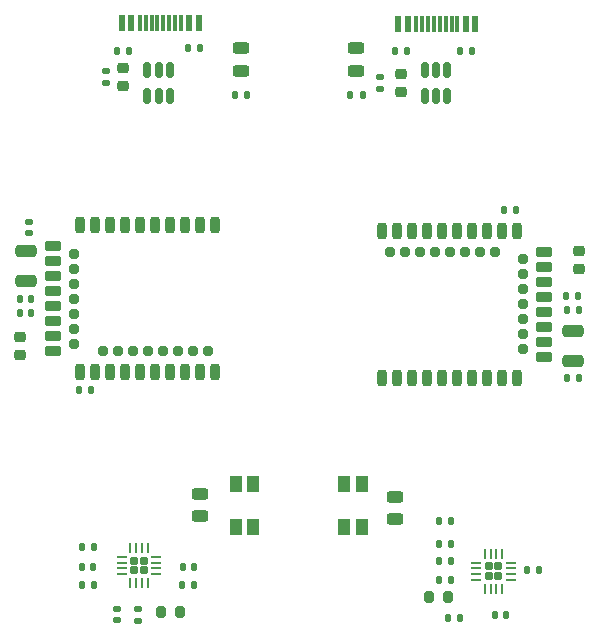
<source format=gbr>
%TF.GenerationSoftware,KiCad,Pcbnew,8.0.5*%
%TF.CreationDate,2024-09-27T13:52:09+02:00*%
%TF.ProjectId,woagboard,776f6167-626f-4617-9264-2e6b69636164,rev?*%
%TF.SameCoordinates,Original*%
%TF.FileFunction,Paste,Top*%
%TF.FilePolarity,Positive*%
%FSLAX46Y46*%
G04 Gerber Fmt 4.6, Leading zero omitted, Abs format (unit mm)*
G04 Created by KiCad (PCBNEW 8.0.5) date 2024-09-27 13:52:09*
%MOMM*%
%LPD*%
G01*
G04 APERTURE LIST*
G04 Aperture macros list*
%AMRoundRect*
0 Rectangle with rounded corners*
0 $1 Rounding radius*
0 $2 $3 $4 $5 $6 $7 $8 $9 X,Y pos of 4 corners*
0 Add a 4 corners polygon primitive as box body*
4,1,4,$2,$3,$4,$5,$6,$7,$8,$9,$2,$3,0*
0 Add four circle primitives for the rounded corners*
1,1,$1+$1,$2,$3*
1,1,$1+$1,$4,$5*
1,1,$1+$1,$6,$7*
1,1,$1+$1,$8,$9*
0 Add four rect primitives between the rounded corners*
20,1,$1+$1,$2,$3,$4,$5,0*
20,1,$1+$1,$4,$5,$6,$7,0*
20,1,$1+$1,$6,$7,$8,$9,0*
20,1,$1+$1,$8,$9,$2,$3,0*%
G04 Aperture macros list end*
%ADD10RoundRect,0.135000X-0.135000X-0.185000X0.135000X-0.185000X0.135000X0.185000X-0.135000X0.185000X0*%
%ADD11RoundRect,0.140000X0.140000X0.170000X-0.140000X0.170000X-0.140000X-0.170000X0.140000X-0.170000X0*%
%ADD12RoundRect,0.140000X-0.140000X-0.170000X0.140000X-0.170000X0.140000X0.170000X-0.140000X0.170000X0*%
%ADD13RoundRect,0.200000X0.200000X-0.500000X0.200000X0.500000X-0.200000X0.500000X-0.200000X-0.500000X0*%
%ADD14RoundRect,0.200000X0.500000X0.200000X-0.500000X0.200000X-0.500000X-0.200000X0.500000X-0.200000X0*%
%ADD15RoundRect,0.200000X0.200000X0.200000X-0.200000X0.200000X-0.200000X-0.200000X0.200000X-0.200000X0*%
%ADD16RoundRect,0.140000X0.170000X-0.140000X0.170000X0.140000X-0.170000X0.140000X-0.170000X-0.140000X0*%
%ADD17RoundRect,0.250000X0.650000X-0.250000X0.650000X0.250000X-0.650000X0.250000X-0.650000X-0.250000X0*%
%ADD18R,0.600000X1.450000*%
%ADD19R,0.300000X1.450000*%
%ADD20RoundRect,0.250000X-0.650000X0.250000X-0.650000X-0.250000X0.650000X-0.250000X0.650000X0.250000X0*%
%ADD21RoundRect,0.140000X-0.170000X0.140000X-0.170000X-0.140000X0.170000X-0.140000X0.170000X0.140000X0*%
%ADD22RoundRect,0.135000X0.135000X0.185000X-0.135000X0.185000X-0.135000X-0.185000X0.135000X-0.185000X0*%
%ADD23RoundRect,0.243750X0.456250X-0.243750X0.456250X0.243750X-0.456250X0.243750X-0.456250X-0.243750X0*%
%ADD24RoundRect,0.147500X-0.172500X0.147500X-0.172500X-0.147500X0.172500X-0.147500X0.172500X0.147500X0*%
%ADD25RoundRect,0.243750X-0.456250X0.243750X-0.456250X-0.243750X0.456250X-0.243750X0.456250X0.243750X0*%
%ADD26RoundRect,0.218750X0.256250X-0.218750X0.256250X0.218750X-0.256250X0.218750X-0.256250X-0.218750X0*%
%ADD27R,1.050000X1.400000*%
%ADD28RoundRect,0.170000X0.170000X-0.170000X0.170000X0.170000X-0.170000X0.170000X-0.170000X-0.170000X0*%
%ADD29RoundRect,0.062500X0.062500X-0.350000X0.062500X0.350000X-0.062500X0.350000X-0.062500X-0.350000X0*%
%ADD30RoundRect,0.062500X0.350000X-0.062500X0.350000X0.062500X-0.350000X0.062500X-0.350000X-0.062500X0*%
%ADD31RoundRect,0.150000X0.150000X-0.512500X0.150000X0.512500X-0.150000X0.512500X-0.150000X-0.512500X0*%
%ADD32RoundRect,0.218750X-0.256250X0.218750X-0.256250X-0.218750X0.256250X-0.218750X0.256250X0.218750X0*%
%ADD33RoundRect,0.200000X-0.200000X0.500000X-0.200000X-0.500000X0.200000X-0.500000X0.200000X0.500000X0*%
%ADD34RoundRect,0.200000X-0.500000X-0.200000X0.500000X-0.200000X0.500000X0.200000X-0.500000X0.200000X0*%
%ADD35RoundRect,0.200000X-0.200000X-0.200000X0.200000X-0.200000X0.200000X0.200000X-0.200000X0.200000X0*%
%ADD36RoundRect,0.200000X-0.200000X-0.275000X0.200000X-0.275000X0.200000X0.275000X-0.200000X0.275000X0*%
%ADD37RoundRect,0.170000X0.170000X0.170000X-0.170000X0.170000X-0.170000X-0.170000X0.170000X-0.170000X0*%
%ADD38RoundRect,0.062500X0.350000X0.062500X-0.350000X0.062500X-0.350000X-0.062500X0.350000X-0.062500X0*%
%ADD39RoundRect,0.062500X0.062500X0.350000X-0.062500X0.350000X-0.062500X-0.350000X0.062500X-0.350000X0*%
%ADD40RoundRect,0.135000X-0.185000X0.135000X-0.185000X-0.135000X0.185000X-0.135000X0.185000X0.135000X0*%
%ADD41RoundRect,0.200000X0.200000X0.275000X-0.200000X0.275000X-0.200000X-0.275000X0.200000X-0.275000X0*%
G04 APERTURE END LIST*
D10*
%TO.C,R8*%
X146240000Y-38250000D03*
X147260000Y-38250000D03*
%TD*%
%TO.C,R7*%
X137510000Y-38250000D03*
X136490000Y-38250000D03*
%TD*%
D11*
%TO.C,C5*%
X124250000Y-63250000D03*
X123290000Y-63250000D03*
%TD*%
D10*
%TO.C,R4*%
X153740000Y-74300000D03*
X154760000Y-74300000D03*
%TD*%
D12*
%TO.C,C4*%
X164520000Y-55250000D03*
X165480000Y-55250000D03*
%TD*%
D13*
%TO.C,U5*%
X148933770Y-62193566D03*
X150203770Y-62193566D03*
X151473770Y-62193566D03*
X152743770Y-62193566D03*
X154013770Y-62193566D03*
X155283770Y-62193566D03*
X156553770Y-62193566D03*
X157823770Y-62193566D03*
X159093770Y-62193566D03*
X160363770Y-62193566D03*
D14*
X162663770Y-60433566D03*
D15*
X160863770Y-59803566D03*
D14*
X162663770Y-59163566D03*
D15*
X160863770Y-58533566D03*
D14*
X162663770Y-57893566D03*
D15*
X160863770Y-57263566D03*
D14*
X162663770Y-56623566D03*
D15*
X160863770Y-55993566D03*
D14*
X162663770Y-55353566D03*
D15*
X160863770Y-54723566D03*
D14*
X162663770Y-54083566D03*
D15*
X160863770Y-53453566D03*
D14*
X162663770Y-52813566D03*
D15*
X160863770Y-52183566D03*
D14*
X162663770Y-51543566D03*
D13*
X160363770Y-49793566D03*
X159093770Y-49793566D03*
D15*
X158458770Y-51593566D03*
D13*
X157823770Y-49793566D03*
D15*
X157188770Y-51593566D03*
D13*
X156553770Y-49793566D03*
D15*
X155918770Y-51593566D03*
D13*
X155283770Y-49793566D03*
D15*
X154648770Y-51593566D03*
D13*
X154013770Y-49793566D03*
D15*
X153378770Y-51593566D03*
D13*
X152743770Y-49793566D03*
D15*
X152108770Y-51593566D03*
D13*
X151473770Y-49793566D03*
D15*
X150838770Y-51593566D03*
D13*
X150203770Y-49793566D03*
D15*
X149568770Y-51593566D03*
D13*
X148933770Y-49793566D03*
%TD*%
D16*
%TO.C,C15*%
X119000000Y-49980000D03*
X119000000Y-49020000D03*
%TD*%
D17*
%TO.C,Y1*%
X118750000Y-54000000D03*
X118750000Y-51500000D03*
%TD*%
D18*
%TO.C,USB2*%
X156800000Y-32235000D03*
X156000000Y-32235000D03*
D19*
X154800000Y-32235000D03*
X153800000Y-32235000D03*
X153300000Y-32235000D03*
X152300000Y-32235000D03*
D18*
X151100000Y-32235000D03*
X150300000Y-32235000D03*
X150300000Y-32235000D03*
X151100000Y-32235000D03*
D19*
X151800000Y-32235000D03*
X152800000Y-32235000D03*
X154300000Y-32235000D03*
X155300000Y-32235000D03*
D18*
X156000000Y-32235000D03*
X156800000Y-32235000D03*
%TD*%
D10*
%TO.C,R3*%
X123490000Y-76500000D03*
X124510000Y-76500000D03*
%TD*%
D11*
%TO.C,C6*%
X124480000Y-78250000D03*
X123520000Y-78250000D03*
%TD*%
D20*
%TO.C,Y2*%
X165068770Y-58243566D03*
X165068770Y-60743566D03*
%TD*%
D21*
%TO.C,C13*%
X126500000Y-81770000D03*
X126500000Y-82730000D03*
%TD*%
D22*
%TO.C,R15*%
X155510000Y-82500000D03*
X154490000Y-82500000D03*
%TD*%
D23*
%TO.C,LED3*%
X136950000Y-36187500D03*
X136950000Y-34312500D03*
%TD*%
D24*
%TO.C,L2*%
X148750000Y-36765000D03*
X148750000Y-37735000D03*
%TD*%
%TO.C,L1*%
X125500000Y-36250000D03*
X125500000Y-37220000D03*
%TD*%
D11*
%TO.C,C12*%
X119230000Y-56750000D03*
X118270000Y-56750000D03*
%TD*%
D25*
%TO.C,LED2*%
X150000000Y-72312500D03*
X150000000Y-74187500D03*
%TD*%
D26*
%TO.C,L3*%
X118250000Y-60287500D03*
X118250000Y-58712500D03*
%TD*%
D22*
%TO.C,R17*%
X154760000Y-76250000D03*
X153740000Y-76250000D03*
%TD*%
D27*
%TO.C,RST1*%
X136525000Y-74800000D03*
X136525000Y-71200000D03*
X137975000Y-74800000D03*
X137975000Y-71200000D03*
%TD*%
D28*
%TO.C,U4*%
X157930000Y-79020000D03*
X158770000Y-79020000D03*
X157930000Y-78180000D03*
X158770000Y-78180000D03*
D29*
X157600000Y-80062500D03*
X158100000Y-80062500D03*
X158600000Y-80062500D03*
X159100000Y-80062500D03*
D30*
X159812500Y-79350000D03*
X159812500Y-78850000D03*
X159812500Y-78350000D03*
X159812500Y-77850000D03*
D29*
X159100000Y-77137500D03*
X158600000Y-77137500D03*
X158100000Y-77137500D03*
X157600000Y-77137500D03*
D30*
X156887500Y-77850000D03*
X156887500Y-78350000D03*
X156887500Y-78850000D03*
X156887500Y-79350000D03*
%TD*%
D11*
%TO.C,C1*%
X154730000Y-77750000D03*
X153770000Y-77750000D03*
%TD*%
D31*
%TO.C,U2*%
X152550000Y-38387500D03*
X153500000Y-38387500D03*
X154450000Y-38387500D03*
X154450000Y-36112500D03*
X153500000Y-36112500D03*
X152550000Y-36112500D03*
%TD*%
D32*
%TO.C,F2*%
X150500000Y-36462500D03*
X150500000Y-38037500D03*
%TD*%
D12*
%TO.C,C10*%
X164588770Y-56500000D03*
X165548770Y-56500000D03*
%TD*%
%TO.C,C8*%
X159270000Y-48000000D03*
X160230000Y-48000000D03*
%TD*%
D10*
%TO.C,R1*%
X132490000Y-34250000D03*
X133510000Y-34250000D03*
%TD*%
%TO.C,R9*%
X131990000Y-79750000D03*
X133010000Y-79750000D03*
%TD*%
D22*
%TO.C,R16*%
X154760000Y-79300000D03*
X153740000Y-79300000D03*
%TD*%
%TO.C,R5*%
X156510000Y-34500000D03*
X155490000Y-34500000D03*
%TD*%
D18*
%TO.C,USB1*%
X133400000Y-32185000D03*
X132600000Y-32185000D03*
D19*
X131400000Y-32185000D03*
X130400000Y-32185000D03*
X129900000Y-32185000D03*
X128900000Y-32185000D03*
D18*
X127700000Y-32185000D03*
X126900000Y-32185000D03*
X126900000Y-32185000D03*
X127700000Y-32185000D03*
D19*
X128400000Y-32185000D03*
X129400000Y-32185000D03*
X130900000Y-32185000D03*
X131900000Y-32185000D03*
D18*
X132600000Y-32185000D03*
X133400000Y-32185000D03*
%TD*%
D33*
%TO.C,U9*%
X134780000Y-49300000D03*
X133510000Y-49300000D03*
X132240000Y-49300000D03*
X130970000Y-49300000D03*
X129700000Y-49300000D03*
X128430000Y-49300000D03*
X127160000Y-49300000D03*
X125890000Y-49300000D03*
X124620000Y-49300000D03*
X123350000Y-49300000D03*
D34*
X121050000Y-51060000D03*
D35*
X122850000Y-51690000D03*
D34*
X121050000Y-52330000D03*
D35*
X122850000Y-52960000D03*
D34*
X121050000Y-53600000D03*
D35*
X122850000Y-54230000D03*
D34*
X121050000Y-54870000D03*
D35*
X122850000Y-55500000D03*
D34*
X121050000Y-56140000D03*
D35*
X122850000Y-56770000D03*
D34*
X121050000Y-57410000D03*
D35*
X122850000Y-58040000D03*
D34*
X121050000Y-58680000D03*
D35*
X122850000Y-59310000D03*
D34*
X121050000Y-59950000D03*
D33*
X123350000Y-61700000D03*
X124620000Y-61700000D03*
D35*
X125255000Y-59900000D03*
D33*
X125890000Y-61700000D03*
D35*
X126525000Y-59900000D03*
D33*
X127160000Y-61700000D03*
D35*
X127795000Y-59900000D03*
D33*
X128430000Y-61700000D03*
D35*
X129065000Y-59900000D03*
D33*
X129700000Y-61700000D03*
D35*
X130335000Y-59900000D03*
D33*
X130970000Y-61700000D03*
D35*
X131605000Y-59900000D03*
D33*
X132240000Y-61700000D03*
D35*
X132875000Y-59900000D03*
D33*
X133510000Y-61700000D03*
D35*
X134145000Y-59900000D03*
D33*
X134780000Y-61700000D03*
%TD*%
D11*
%TO.C,C16*%
X119230000Y-55500000D03*
X118270000Y-55500000D03*
%TD*%
D32*
%TO.C,F1*%
X127000000Y-35962500D03*
X127000000Y-37537500D03*
%TD*%
D12*
%TO.C,C3*%
X158470000Y-82250000D03*
X159430000Y-82250000D03*
%TD*%
D36*
%TO.C,R13*%
X130175000Y-82000000D03*
X131825000Y-82000000D03*
%TD*%
D23*
%TO.C,LED1*%
X133500000Y-73937500D03*
X133500000Y-72062500D03*
%TD*%
D37*
%TO.C,U3*%
X128770000Y-78520000D03*
X128770000Y-77680000D03*
X127930000Y-78520000D03*
X127930000Y-77680000D03*
D38*
X129812500Y-78850000D03*
X129812500Y-78350000D03*
X129812500Y-77850000D03*
X129812500Y-77350000D03*
D39*
X129100000Y-76637500D03*
X128600000Y-76637500D03*
X128100000Y-76637500D03*
X127600000Y-76637500D03*
D38*
X126887500Y-77350000D03*
X126887500Y-77850000D03*
X126887500Y-78350000D03*
X126887500Y-78850000D03*
D39*
X127600000Y-79562500D03*
X128100000Y-79562500D03*
X128600000Y-79562500D03*
X129100000Y-79562500D03*
%TD*%
D27*
%TO.C,RST2*%
X147175000Y-71200000D03*
X147175000Y-74800000D03*
X145725000Y-71200000D03*
X145725000Y-74800000D03*
%TD*%
D12*
%TO.C,C7*%
X132020000Y-78250000D03*
X132980000Y-78250000D03*
%TD*%
D22*
%TO.C,R12*%
X124510000Y-79750000D03*
X123490000Y-79750000D03*
%TD*%
D12*
%TO.C,C9*%
X164588770Y-62243566D03*
X165548770Y-62243566D03*
%TD*%
%TO.C,C2*%
X161220000Y-78500000D03*
X162180000Y-78500000D03*
%TD*%
D25*
%TO.C,LED4*%
X146750000Y-34312500D03*
X146750000Y-36187500D03*
%TD*%
D22*
%TO.C,R2*%
X127510000Y-34500000D03*
X126490000Y-34500000D03*
%TD*%
D40*
%TO.C,R11*%
X128250000Y-81740000D03*
X128250000Y-82760000D03*
%TD*%
D31*
%TO.C,U1*%
X129050000Y-38387500D03*
X130000000Y-38387500D03*
X130950000Y-38387500D03*
X130950000Y-36112500D03*
X130000000Y-36112500D03*
X129050000Y-36112500D03*
%TD*%
D41*
%TO.C,R18*%
X154525000Y-80800000D03*
X152875000Y-80800000D03*
%TD*%
D10*
%TO.C,R6*%
X149990000Y-34500000D03*
X151010000Y-34500000D03*
%TD*%
D32*
%TO.C,L4*%
X165568770Y-51456066D03*
X165568770Y-53031066D03*
%TD*%
M02*

</source>
